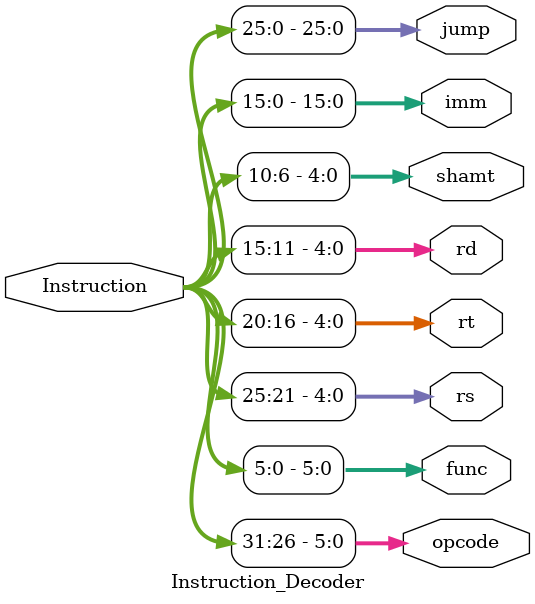
<source format=v>
`timescale 1ns / 1ps


module Instruction_Decoder(
    input [31:0] Instruction,
    output reg [5:0] opcode,
    output reg [5:0] func,
    output reg [4:0] rs,
    output reg [4:0] rt,
    output reg [4:0] rd,
    output reg [4:0] shamt,
    output reg [15:0] imm,
    output reg [25:0] jump
    );
    parameter lw = 6'b100011;
    
    always @(*) begin
        opcode = Instruction[31:26];
        func = Instruction[5:0];
        rs = Instruction[25:21];
        rt = Instruction[20:16];
        rd = Instruction[15:11];
        shamt = Instruction[11:6];
        imm = Instruction[15:0];
        jump = Instruction[25:0];
    end
endmodule

</source>
